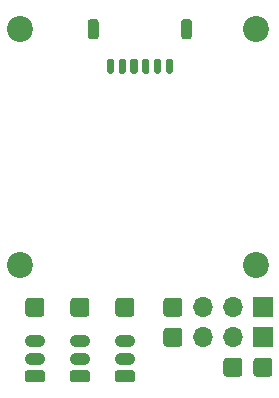
<source format=gbr>
%TF.GenerationSoftware,KiCad,Pcbnew,(5.1.9)-1*%
%TF.CreationDate,2022-05-31T00:32:49+01:00*%
%TF.ProjectId,board,626f6172-642e-46b6-9963-61645f706362,rev?*%
%TF.SameCoordinates,Original*%
%TF.FileFunction,Soldermask,Top*%
%TF.FilePolarity,Negative*%
%FSLAX46Y46*%
G04 Gerber Fmt 4.6, Leading zero omitted, Abs format (unit mm)*
G04 Created by KiCad (PCBNEW (5.1.9)-1) date 2022-05-31 00:32:49*
%MOMM*%
%LPD*%
G01*
G04 APERTURE LIST*
%ADD10O,1.730000X1.030000*%
%ADD11C,2.200000*%
%ADD12O,1.700000X1.700000*%
%ADD13R,1.700000X1.700000*%
G04 APERTURE END LIST*
%TO.C,J13*%
G36*
G01*
X104686000Y-125434000D02*
X104686000Y-126534000D01*
G75*
G02*
X104436000Y-126784000I-250000J0D01*
G01*
X103336000Y-126784000D01*
G75*
G02*
X103086000Y-126534000I0J250000D01*
G01*
X103086000Y-125434000D01*
G75*
G02*
X103336000Y-125184000I250000J0D01*
G01*
X104436000Y-125184000D01*
G75*
G02*
X104686000Y-125434000I0J-250000D01*
G01*
G37*
%TD*%
%TO.C,J12*%
G36*
G01*
X116120000Y-129324000D02*
X115020000Y-129324000D01*
G75*
G02*
X114770000Y-129074000I0J250000D01*
G01*
X114770000Y-127974000D01*
G75*
G02*
X115020000Y-127724000I250000J0D01*
G01*
X116120000Y-127724000D01*
G75*
G02*
X116370000Y-127974000I0J-250000D01*
G01*
X116370000Y-129074000D01*
G75*
G02*
X116120000Y-129324000I-250000J0D01*
G01*
G37*
%TD*%
%TO.C,J10*%
G36*
G01*
X120100000Y-130264000D02*
X121200000Y-130264000D01*
G75*
G02*
X121450000Y-130514000I0J-250000D01*
G01*
X121450000Y-131614000D01*
G75*
G02*
X121200000Y-131864000I-250000J0D01*
G01*
X120100000Y-131864000D01*
G75*
G02*
X119850000Y-131614000I0J250000D01*
G01*
X119850000Y-130514000D01*
G75*
G02*
X120100000Y-130264000I250000J0D01*
G01*
G37*
%TD*%
%TO.C,J9*%
G36*
G01*
X116120000Y-126784000D02*
X115020000Y-126784000D01*
G75*
G02*
X114770000Y-126534000I0J250000D01*
G01*
X114770000Y-125434000D01*
G75*
G02*
X115020000Y-125184000I250000J0D01*
G01*
X116120000Y-125184000D01*
G75*
G02*
X116370000Y-125434000I0J-250000D01*
G01*
X116370000Y-126534000D01*
G75*
G02*
X116120000Y-126784000I-250000J0D01*
G01*
G37*
%TD*%
%TO.C,J8*%
G36*
G01*
X110706000Y-126534000D02*
X110706000Y-125434000D01*
G75*
G02*
X110956000Y-125184000I250000J0D01*
G01*
X112056000Y-125184000D01*
G75*
G02*
X112306000Y-125434000I0J-250000D01*
G01*
X112306000Y-126534000D01*
G75*
G02*
X112056000Y-126784000I-250000J0D01*
G01*
X110956000Y-126784000D01*
G75*
G02*
X110706000Y-126534000I0J250000D01*
G01*
G37*
%TD*%
%TO.C,J7*%
G36*
G01*
X106896000Y-126534000D02*
X106896000Y-125434000D01*
G75*
G02*
X107146000Y-125184000I250000J0D01*
G01*
X108246000Y-125184000D01*
G75*
G02*
X108496000Y-125434000I0J-250000D01*
G01*
X108496000Y-126534000D01*
G75*
G02*
X108246000Y-126784000I-250000J0D01*
G01*
X107146000Y-126784000D01*
G75*
G02*
X106896000Y-126534000I0J250000D01*
G01*
G37*
%TD*%
%TO.C,J6*%
G36*
G01*
X122640000Y-130264000D02*
X123740000Y-130264000D01*
G75*
G02*
X123990000Y-130514000I0J-250000D01*
G01*
X123990000Y-131614000D01*
G75*
G02*
X123740000Y-131864000I-250000J0D01*
G01*
X122640000Y-131864000D01*
G75*
G02*
X122390000Y-131614000I0J250000D01*
G01*
X122390000Y-130514000D01*
G75*
G02*
X122640000Y-130264000I250000J0D01*
G01*
G37*
%TD*%
D10*
%TO.C,J4*%
X111506000Y-128826000D03*
X111506000Y-130326000D03*
G36*
G01*
X112121001Y-132341000D02*
X110890999Y-132341000D01*
G75*
G02*
X110641000Y-132091001I0J249999D01*
G01*
X110641000Y-131560999D01*
G75*
G02*
X110890999Y-131311000I249999J0D01*
G01*
X112121001Y-131311000D01*
G75*
G02*
X112371000Y-131560999I0J-249999D01*
G01*
X112371000Y-132091001D01*
G75*
G02*
X112121001Y-132341000I-249999J0D01*
G01*
G37*
%TD*%
%TO.C,J3*%
X107696000Y-128826000D03*
X107696000Y-130326000D03*
G36*
G01*
X108311001Y-132341000D02*
X107080999Y-132341000D01*
G75*
G02*
X106831000Y-132091001I0J249999D01*
G01*
X106831000Y-131560999D01*
G75*
G02*
X107080999Y-131311000I249999J0D01*
G01*
X108311001Y-131311000D01*
G75*
G02*
X108561000Y-131560999I0J-249999D01*
G01*
X108561000Y-132091001D01*
G75*
G02*
X108311001Y-132341000I-249999J0D01*
G01*
G37*
%TD*%
%TO.C,J2*%
X103886000Y-128826000D03*
X103886000Y-130326000D03*
G36*
G01*
X104501001Y-132341000D02*
X103270999Y-132341000D01*
G75*
G02*
X103021000Y-132091001I0J249999D01*
G01*
X103021000Y-131560999D01*
G75*
G02*
X103270999Y-131311000I249999J0D01*
G01*
X104501001Y-131311000D01*
G75*
G02*
X104751000Y-131560999I0J-249999D01*
G01*
X104751000Y-132091001D01*
G75*
G02*
X104501001Y-132341000I-249999J0D01*
G01*
G37*
%TD*%
D11*
%TO.C,H4*%
X122596000Y-122376000D03*
%TD*%
D12*
%TO.C,J11*%
X118110000Y-128524000D03*
X120650000Y-128524000D03*
D13*
X123190000Y-128524000D03*
%TD*%
%TO.C,J1*%
G36*
G01*
X109276000Y-101811000D02*
X109276000Y-103061000D01*
G75*
G02*
X109051000Y-103286000I-225000J0D01*
G01*
X108601000Y-103286000D01*
G75*
G02*
X108376000Y-103061000I0J225000D01*
G01*
X108376000Y-101811000D01*
G75*
G02*
X108601000Y-101586000I225000J0D01*
G01*
X109051000Y-101586000D01*
G75*
G02*
X109276000Y-101811000I0J-225000D01*
G01*
G37*
G36*
G01*
X117176000Y-101811000D02*
X117176000Y-103061000D01*
G75*
G02*
X116951000Y-103286000I-225000J0D01*
G01*
X116501000Y-103286000D01*
G75*
G02*
X116276000Y-103061000I0J225000D01*
G01*
X116276000Y-101811000D01*
G75*
G02*
X116501000Y-101586000I225000J0D01*
G01*
X116951000Y-101586000D01*
G75*
G02*
X117176000Y-101811000I0J-225000D01*
G01*
G37*
G36*
G01*
X110576000Y-105086000D02*
X110576000Y-106036000D01*
G75*
G02*
X110426000Y-106186000I-150000J0D01*
G01*
X110126000Y-106186000D01*
G75*
G02*
X109976000Y-106036000I0J150000D01*
G01*
X109976000Y-105086000D01*
G75*
G02*
X110126000Y-104936000I150000J0D01*
G01*
X110426000Y-104936000D01*
G75*
G02*
X110576000Y-105086000I0J-150000D01*
G01*
G37*
G36*
G01*
X111576000Y-105086000D02*
X111576000Y-106036000D01*
G75*
G02*
X111426000Y-106186000I-150000J0D01*
G01*
X111126000Y-106186000D01*
G75*
G02*
X110976000Y-106036000I0J150000D01*
G01*
X110976000Y-105086000D01*
G75*
G02*
X111126000Y-104936000I150000J0D01*
G01*
X111426000Y-104936000D01*
G75*
G02*
X111576000Y-105086000I0J-150000D01*
G01*
G37*
G36*
G01*
X112576000Y-105086000D02*
X112576000Y-106036000D01*
G75*
G02*
X112426000Y-106186000I-150000J0D01*
G01*
X112126000Y-106186000D01*
G75*
G02*
X111976000Y-106036000I0J150000D01*
G01*
X111976000Y-105086000D01*
G75*
G02*
X112126000Y-104936000I150000J0D01*
G01*
X112426000Y-104936000D01*
G75*
G02*
X112576000Y-105086000I0J-150000D01*
G01*
G37*
G36*
G01*
X113576000Y-105086000D02*
X113576000Y-106036000D01*
G75*
G02*
X113426000Y-106186000I-150000J0D01*
G01*
X113126000Y-106186000D01*
G75*
G02*
X112976000Y-106036000I0J150000D01*
G01*
X112976000Y-105086000D01*
G75*
G02*
X113126000Y-104936000I150000J0D01*
G01*
X113426000Y-104936000D01*
G75*
G02*
X113576000Y-105086000I0J-150000D01*
G01*
G37*
G36*
G01*
X114576000Y-105086000D02*
X114576000Y-106036000D01*
G75*
G02*
X114426000Y-106186000I-150000J0D01*
G01*
X114126000Y-106186000D01*
G75*
G02*
X113976000Y-106036000I0J150000D01*
G01*
X113976000Y-105086000D01*
G75*
G02*
X114126000Y-104936000I150000J0D01*
G01*
X114426000Y-104936000D01*
G75*
G02*
X114576000Y-105086000I0J-150000D01*
G01*
G37*
G36*
G01*
X115576000Y-105086000D02*
X115576000Y-106036000D01*
G75*
G02*
X115426000Y-106186000I-150000J0D01*
G01*
X115126000Y-106186000D01*
G75*
G02*
X114976000Y-106036000I0J150000D01*
G01*
X114976000Y-105086000D01*
G75*
G02*
X115126000Y-104936000I150000J0D01*
G01*
X115426000Y-104936000D01*
G75*
G02*
X115576000Y-105086000I0J-150000D01*
G01*
G37*
%TD*%
D12*
%TO.C,J5*%
X118110000Y-125984000D03*
X120650000Y-125984000D03*
D13*
X123190000Y-125984000D03*
%TD*%
D11*
%TO.C,H3*%
X122596000Y-102376000D03*
%TD*%
%TO.C,H2*%
X102596000Y-122376000D03*
%TD*%
%TO.C,H1*%
X102596000Y-102376000D03*
%TD*%
M02*

</source>
